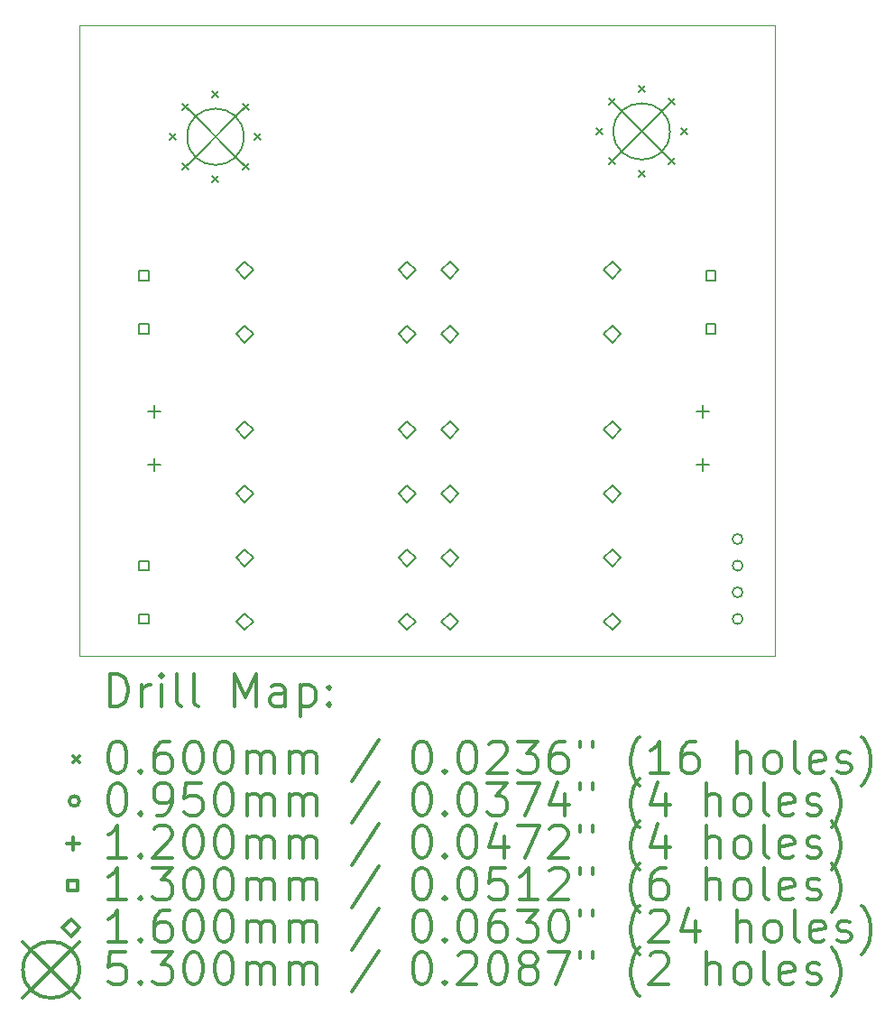
<source format=gbr>
%FSLAX45Y45*%
G04 Gerber Fmt 4.5, Leading zero omitted, Abs format (unit mm)*
G04 Created by KiCad (PCBNEW 5.1.10) date 2021-05-19 15:47:10*
%MOMM*%
%LPD*%
G01*
G04 APERTURE LIST*
%TA.AperFunction,Profile*%
%ADD10C,0.050000*%
%TD*%
%ADD11C,0.200000*%
%ADD12C,0.300000*%
G04 APERTURE END LIST*
D10*
X18550000Y-8775000D02*
X12025000Y-8775000D01*
X18550000Y-2850000D02*
X18550000Y-8775000D01*
X12025000Y-2850000D02*
X18550000Y-2850000D01*
X12025000Y-8775000D02*
X12025000Y-2850000D01*
D11*
X12872500Y-3870000D02*
X12932500Y-3930000D01*
X12932500Y-3870000D02*
X12872500Y-3930000D01*
X12988925Y-3588925D02*
X13048925Y-3648925D01*
X13048925Y-3588925D02*
X12988925Y-3648925D01*
X12988925Y-4151075D02*
X13048925Y-4211075D01*
X13048925Y-4151075D02*
X12988925Y-4211075D01*
X13270000Y-3472500D02*
X13330000Y-3532500D01*
X13330000Y-3472500D02*
X13270000Y-3532500D01*
X13270000Y-4267500D02*
X13330000Y-4327500D01*
X13330000Y-4267500D02*
X13270000Y-4327500D01*
X13551075Y-3588925D02*
X13611075Y-3648925D01*
X13611075Y-3588925D02*
X13551075Y-3648925D01*
X13551075Y-4151075D02*
X13611075Y-4211075D01*
X13611075Y-4151075D02*
X13551075Y-4211075D01*
X13667500Y-3870000D02*
X13727500Y-3930000D01*
X13727500Y-3870000D02*
X13667500Y-3930000D01*
X16872500Y-3820000D02*
X16932500Y-3880000D01*
X16932500Y-3820000D02*
X16872500Y-3880000D01*
X16988925Y-3538925D02*
X17048925Y-3598925D01*
X17048925Y-3538925D02*
X16988925Y-3598925D01*
X16988925Y-4101075D02*
X17048925Y-4161075D01*
X17048925Y-4101075D02*
X16988925Y-4161075D01*
X17270000Y-3422500D02*
X17330000Y-3482500D01*
X17330000Y-3422500D02*
X17270000Y-3482500D01*
X17270000Y-4217500D02*
X17330000Y-4277500D01*
X17330000Y-4217500D02*
X17270000Y-4277500D01*
X17551075Y-3538925D02*
X17611075Y-3598925D01*
X17611075Y-3538925D02*
X17551075Y-3598925D01*
X17551075Y-4101075D02*
X17611075Y-4161075D01*
X17611075Y-4101075D02*
X17551075Y-4161075D01*
X17667500Y-3820000D02*
X17727500Y-3880000D01*
X17727500Y-3820000D02*
X17667500Y-3880000D01*
X18247500Y-7675000D02*
G75*
G03*
X18247500Y-7675000I-47500J0D01*
G01*
X18247500Y-7925000D02*
G75*
G03*
X18247500Y-7925000I-47500J0D01*
G01*
X18247500Y-8175000D02*
G75*
G03*
X18247500Y-8175000I-47500J0D01*
G01*
X18247500Y-8425000D02*
G75*
G03*
X18247500Y-8425000I-47500J0D01*
G01*
X12725000Y-6415000D02*
X12725000Y-6535000D01*
X12665000Y-6475000D02*
X12785000Y-6475000D01*
X12725000Y-6915000D02*
X12725000Y-7035000D01*
X12665000Y-6975000D02*
X12785000Y-6975000D01*
X17875000Y-6415000D02*
X17875000Y-6535000D01*
X17815000Y-6475000D02*
X17935000Y-6475000D01*
X17875000Y-6915000D02*
X17875000Y-7035000D01*
X17815000Y-6975000D02*
X17935000Y-6975000D01*
X12670962Y-5245962D02*
X12670962Y-5154038D01*
X12579038Y-5154038D01*
X12579038Y-5245962D01*
X12670962Y-5245962D01*
X12670962Y-5745962D02*
X12670962Y-5654038D01*
X12579038Y-5654038D01*
X12579038Y-5745962D01*
X12670962Y-5745962D01*
X12670962Y-7970962D02*
X12670962Y-7879038D01*
X12579038Y-7879038D01*
X12579038Y-7970962D01*
X12670962Y-7970962D01*
X12670962Y-8470962D02*
X12670962Y-8379038D01*
X12579038Y-8379038D01*
X12579038Y-8470962D01*
X12670962Y-8470962D01*
X17995962Y-5245962D02*
X17995962Y-5154038D01*
X17904038Y-5154038D01*
X17904038Y-5245962D01*
X17995962Y-5245962D01*
X17995962Y-5745962D02*
X17995962Y-5654038D01*
X17904038Y-5654038D01*
X17904038Y-5745962D01*
X17995962Y-5745962D01*
X13575000Y-5230000D02*
X13655000Y-5150000D01*
X13575000Y-5070000D01*
X13495000Y-5150000D01*
X13575000Y-5230000D01*
X13575000Y-5830000D02*
X13655000Y-5750000D01*
X13575000Y-5670000D01*
X13495000Y-5750000D01*
X13575000Y-5830000D01*
X13575000Y-6730000D02*
X13655000Y-6650000D01*
X13575000Y-6570000D01*
X13495000Y-6650000D01*
X13575000Y-6730000D01*
X13575000Y-7330000D02*
X13655000Y-7250000D01*
X13575000Y-7170000D01*
X13495000Y-7250000D01*
X13575000Y-7330000D01*
X13575000Y-7930000D02*
X13655000Y-7850000D01*
X13575000Y-7770000D01*
X13495000Y-7850000D01*
X13575000Y-7930000D01*
X13575000Y-8530000D02*
X13655000Y-8450000D01*
X13575000Y-8370000D01*
X13495000Y-8450000D01*
X13575000Y-8530000D01*
X15099000Y-5230000D02*
X15179000Y-5150000D01*
X15099000Y-5070000D01*
X15019000Y-5150000D01*
X15099000Y-5230000D01*
X15099000Y-5830000D02*
X15179000Y-5750000D01*
X15099000Y-5670000D01*
X15019000Y-5750000D01*
X15099000Y-5830000D01*
X15099000Y-6730000D02*
X15179000Y-6650000D01*
X15099000Y-6570000D01*
X15019000Y-6650000D01*
X15099000Y-6730000D01*
X15099000Y-7330000D02*
X15179000Y-7250000D01*
X15099000Y-7170000D01*
X15019000Y-7250000D01*
X15099000Y-7330000D01*
X15099000Y-7930000D02*
X15179000Y-7850000D01*
X15099000Y-7770000D01*
X15019000Y-7850000D01*
X15099000Y-7930000D01*
X15099000Y-8530000D02*
X15179000Y-8450000D01*
X15099000Y-8370000D01*
X15019000Y-8450000D01*
X15099000Y-8530000D01*
X15500000Y-5230000D02*
X15580000Y-5150000D01*
X15500000Y-5070000D01*
X15420000Y-5150000D01*
X15500000Y-5230000D01*
X15500000Y-5830000D02*
X15580000Y-5750000D01*
X15500000Y-5670000D01*
X15420000Y-5750000D01*
X15500000Y-5830000D01*
X15500000Y-6730000D02*
X15580000Y-6650000D01*
X15500000Y-6570000D01*
X15420000Y-6650000D01*
X15500000Y-6730000D01*
X15500000Y-7330000D02*
X15580000Y-7250000D01*
X15500000Y-7170000D01*
X15420000Y-7250000D01*
X15500000Y-7330000D01*
X15500000Y-7930000D02*
X15580000Y-7850000D01*
X15500000Y-7770000D01*
X15420000Y-7850000D01*
X15500000Y-7930000D01*
X15500000Y-8530000D02*
X15580000Y-8450000D01*
X15500000Y-8370000D01*
X15420000Y-8450000D01*
X15500000Y-8530000D01*
X17024000Y-5230000D02*
X17104000Y-5150000D01*
X17024000Y-5070000D01*
X16944000Y-5150000D01*
X17024000Y-5230000D01*
X17024000Y-5830000D02*
X17104000Y-5750000D01*
X17024000Y-5670000D01*
X16944000Y-5750000D01*
X17024000Y-5830000D01*
X17024000Y-6730000D02*
X17104000Y-6650000D01*
X17024000Y-6570000D01*
X16944000Y-6650000D01*
X17024000Y-6730000D01*
X17024000Y-7330000D02*
X17104000Y-7250000D01*
X17024000Y-7170000D01*
X16944000Y-7250000D01*
X17024000Y-7330000D01*
X17024000Y-7930000D02*
X17104000Y-7850000D01*
X17024000Y-7770000D01*
X16944000Y-7850000D01*
X17024000Y-7930000D01*
X17024000Y-8530000D02*
X17104000Y-8450000D01*
X17024000Y-8370000D01*
X16944000Y-8450000D01*
X17024000Y-8530000D01*
X13035000Y-3635000D02*
X13565000Y-4165000D01*
X13565000Y-3635000D02*
X13035000Y-4165000D01*
X13565000Y-3900000D02*
G75*
G03*
X13565000Y-3900000I-265000J0D01*
G01*
X17035000Y-3585000D02*
X17565000Y-4115000D01*
X17565000Y-3585000D02*
X17035000Y-4115000D01*
X17565000Y-3850000D02*
G75*
G03*
X17565000Y-3850000I-265000J0D01*
G01*
D12*
X12308928Y-9243214D02*
X12308928Y-8943214D01*
X12380357Y-8943214D01*
X12423214Y-8957500D01*
X12451786Y-8986072D01*
X12466071Y-9014643D01*
X12480357Y-9071786D01*
X12480357Y-9114643D01*
X12466071Y-9171786D01*
X12451786Y-9200357D01*
X12423214Y-9228929D01*
X12380357Y-9243214D01*
X12308928Y-9243214D01*
X12608928Y-9243214D02*
X12608928Y-9043214D01*
X12608928Y-9100357D02*
X12623214Y-9071786D01*
X12637500Y-9057500D01*
X12666071Y-9043214D01*
X12694643Y-9043214D01*
X12794643Y-9243214D02*
X12794643Y-9043214D01*
X12794643Y-8943214D02*
X12780357Y-8957500D01*
X12794643Y-8971786D01*
X12808928Y-8957500D01*
X12794643Y-8943214D01*
X12794643Y-8971786D01*
X12980357Y-9243214D02*
X12951786Y-9228929D01*
X12937500Y-9200357D01*
X12937500Y-8943214D01*
X13137500Y-9243214D02*
X13108928Y-9228929D01*
X13094643Y-9200357D01*
X13094643Y-8943214D01*
X13480357Y-9243214D02*
X13480357Y-8943214D01*
X13580357Y-9157500D01*
X13680357Y-8943214D01*
X13680357Y-9243214D01*
X13951786Y-9243214D02*
X13951786Y-9086072D01*
X13937500Y-9057500D01*
X13908928Y-9043214D01*
X13851786Y-9043214D01*
X13823214Y-9057500D01*
X13951786Y-9228929D02*
X13923214Y-9243214D01*
X13851786Y-9243214D01*
X13823214Y-9228929D01*
X13808928Y-9200357D01*
X13808928Y-9171786D01*
X13823214Y-9143214D01*
X13851786Y-9128929D01*
X13923214Y-9128929D01*
X13951786Y-9114643D01*
X14094643Y-9043214D02*
X14094643Y-9343214D01*
X14094643Y-9057500D02*
X14123214Y-9043214D01*
X14180357Y-9043214D01*
X14208928Y-9057500D01*
X14223214Y-9071786D01*
X14237500Y-9100357D01*
X14237500Y-9186072D01*
X14223214Y-9214643D01*
X14208928Y-9228929D01*
X14180357Y-9243214D01*
X14123214Y-9243214D01*
X14094643Y-9228929D01*
X14366071Y-9214643D02*
X14380357Y-9228929D01*
X14366071Y-9243214D01*
X14351786Y-9228929D01*
X14366071Y-9214643D01*
X14366071Y-9243214D01*
X14366071Y-9057500D02*
X14380357Y-9071786D01*
X14366071Y-9086072D01*
X14351786Y-9071786D01*
X14366071Y-9057500D01*
X14366071Y-9086072D01*
X11962500Y-9707500D02*
X12022500Y-9767500D01*
X12022500Y-9707500D02*
X11962500Y-9767500D01*
X12366071Y-9573214D02*
X12394643Y-9573214D01*
X12423214Y-9587500D01*
X12437500Y-9601786D01*
X12451786Y-9630357D01*
X12466071Y-9687500D01*
X12466071Y-9758929D01*
X12451786Y-9816072D01*
X12437500Y-9844643D01*
X12423214Y-9858929D01*
X12394643Y-9873214D01*
X12366071Y-9873214D01*
X12337500Y-9858929D01*
X12323214Y-9844643D01*
X12308928Y-9816072D01*
X12294643Y-9758929D01*
X12294643Y-9687500D01*
X12308928Y-9630357D01*
X12323214Y-9601786D01*
X12337500Y-9587500D01*
X12366071Y-9573214D01*
X12594643Y-9844643D02*
X12608928Y-9858929D01*
X12594643Y-9873214D01*
X12580357Y-9858929D01*
X12594643Y-9844643D01*
X12594643Y-9873214D01*
X12866071Y-9573214D02*
X12808928Y-9573214D01*
X12780357Y-9587500D01*
X12766071Y-9601786D01*
X12737500Y-9644643D01*
X12723214Y-9701786D01*
X12723214Y-9816072D01*
X12737500Y-9844643D01*
X12751786Y-9858929D01*
X12780357Y-9873214D01*
X12837500Y-9873214D01*
X12866071Y-9858929D01*
X12880357Y-9844643D01*
X12894643Y-9816072D01*
X12894643Y-9744643D01*
X12880357Y-9716072D01*
X12866071Y-9701786D01*
X12837500Y-9687500D01*
X12780357Y-9687500D01*
X12751786Y-9701786D01*
X12737500Y-9716072D01*
X12723214Y-9744643D01*
X13080357Y-9573214D02*
X13108928Y-9573214D01*
X13137500Y-9587500D01*
X13151786Y-9601786D01*
X13166071Y-9630357D01*
X13180357Y-9687500D01*
X13180357Y-9758929D01*
X13166071Y-9816072D01*
X13151786Y-9844643D01*
X13137500Y-9858929D01*
X13108928Y-9873214D01*
X13080357Y-9873214D01*
X13051786Y-9858929D01*
X13037500Y-9844643D01*
X13023214Y-9816072D01*
X13008928Y-9758929D01*
X13008928Y-9687500D01*
X13023214Y-9630357D01*
X13037500Y-9601786D01*
X13051786Y-9587500D01*
X13080357Y-9573214D01*
X13366071Y-9573214D02*
X13394643Y-9573214D01*
X13423214Y-9587500D01*
X13437500Y-9601786D01*
X13451786Y-9630357D01*
X13466071Y-9687500D01*
X13466071Y-9758929D01*
X13451786Y-9816072D01*
X13437500Y-9844643D01*
X13423214Y-9858929D01*
X13394643Y-9873214D01*
X13366071Y-9873214D01*
X13337500Y-9858929D01*
X13323214Y-9844643D01*
X13308928Y-9816072D01*
X13294643Y-9758929D01*
X13294643Y-9687500D01*
X13308928Y-9630357D01*
X13323214Y-9601786D01*
X13337500Y-9587500D01*
X13366071Y-9573214D01*
X13594643Y-9873214D02*
X13594643Y-9673214D01*
X13594643Y-9701786D02*
X13608928Y-9687500D01*
X13637500Y-9673214D01*
X13680357Y-9673214D01*
X13708928Y-9687500D01*
X13723214Y-9716072D01*
X13723214Y-9873214D01*
X13723214Y-9716072D02*
X13737500Y-9687500D01*
X13766071Y-9673214D01*
X13808928Y-9673214D01*
X13837500Y-9687500D01*
X13851786Y-9716072D01*
X13851786Y-9873214D01*
X13994643Y-9873214D02*
X13994643Y-9673214D01*
X13994643Y-9701786D02*
X14008928Y-9687500D01*
X14037500Y-9673214D01*
X14080357Y-9673214D01*
X14108928Y-9687500D01*
X14123214Y-9716072D01*
X14123214Y-9873214D01*
X14123214Y-9716072D02*
X14137500Y-9687500D01*
X14166071Y-9673214D01*
X14208928Y-9673214D01*
X14237500Y-9687500D01*
X14251786Y-9716072D01*
X14251786Y-9873214D01*
X14837500Y-9558929D02*
X14580357Y-9944643D01*
X15223214Y-9573214D02*
X15251786Y-9573214D01*
X15280357Y-9587500D01*
X15294643Y-9601786D01*
X15308928Y-9630357D01*
X15323214Y-9687500D01*
X15323214Y-9758929D01*
X15308928Y-9816072D01*
X15294643Y-9844643D01*
X15280357Y-9858929D01*
X15251786Y-9873214D01*
X15223214Y-9873214D01*
X15194643Y-9858929D01*
X15180357Y-9844643D01*
X15166071Y-9816072D01*
X15151786Y-9758929D01*
X15151786Y-9687500D01*
X15166071Y-9630357D01*
X15180357Y-9601786D01*
X15194643Y-9587500D01*
X15223214Y-9573214D01*
X15451786Y-9844643D02*
X15466071Y-9858929D01*
X15451786Y-9873214D01*
X15437500Y-9858929D01*
X15451786Y-9844643D01*
X15451786Y-9873214D01*
X15651786Y-9573214D02*
X15680357Y-9573214D01*
X15708928Y-9587500D01*
X15723214Y-9601786D01*
X15737500Y-9630357D01*
X15751786Y-9687500D01*
X15751786Y-9758929D01*
X15737500Y-9816072D01*
X15723214Y-9844643D01*
X15708928Y-9858929D01*
X15680357Y-9873214D01*
X15651786Y-9873214D01*
X15623214Y-9858929D01*
X15608928Y-9844643D01*
X15594643Y-9816072D01*
X15580357Y-9758929D01*
X15580357Y-9687500D01*
X15594643Y-9630357D01*
X15608928Y-9601786D01*
X15623214Y-9587500D01*
X15651786Y-9573214D01*
X15866071Y-9601786D02*
X15880357Y-9587500D01*
X15908928Y-9573214D01*
X15980357Y-9573214D01*
X16008928Y-9587500D01*
X16023214Y-9601786D01*
X16037500Y-9630357D01*
X16037500Y-9658929D01*
X16023214Y-9701786D01*
X15851786Y-9873214D01*
X16037500Y-9873214D01*
X16137500Y-9573214D02*
X16323214Y-9573214D01*
X16223214Y-9687500D01*
X16266071Y-9687500D01*
X16294643Y-9701786D01*
X16308928Y-9716072D01*
X16323214Y-9744643D01*
X16323214Y-9816072D01*
X16308928Y-9844643D01*
X16294643Y-9858929D01*
X16266071Y-9873214D01*
X16180357Y-9873214D01*
X16151786Y-9858929D01*
X16137500Y-9844643D01*
X16580357Y-9573214D02*
X16523214Y-9573214D01*
X16494643Y-9587500D01*
X16480357Y-9601786D01*
X16451786Y-9644643D01*
X16437500Y-9701786D01*
X16437500Y-9816072D01*
X16451786Y-9844643D01*
X16466071Y-9858929D01*
X16494643Y-9873214D01*
X16551786Y-9873214D01*
X16580357Y-9858929D01*
X16594643Y-9844643D01*
X16608928Y-9816072D01*
X16608928Y-9744643D01*
X16594643Y-9716072D01*
X16580357Y-9701786D01*
X16551786Y-9687500D01*
X16494643Y-9687500D01*
X16466071Y-9701786D01*
X16451786Y-9716072D01*
X16437500Y-9744643D01*
X16723214Y-9573214D02*
X16723214Y-9630357D01*
X16837500Y-9573214D02*
X16837500Y-9630357D01*
X17280357Y-9987500D02*
X17266071Y-9973214D01*
X17237500Y-9930357D01*
X17223214Y-9901786D01*
X17208928Y-9858929D01*
X17194643Y-9787500D01*
X17194643Y-9730357D01*
X17208928Y-9658929D01*
X17223214Y-9616072D01*
X17237500Y-9587500D01*
X17266071Y-9544643D01*
X17280357Y-9530357D01*
X17551786Y-9873214D02*
X17380357Y-9873214D01*
X17466071Y-9873214D02*
X17466071Y-9573214D01*
X17437500Y-9616072D01*
X17408928Y-9644643D01*
X17380357Y-9658929D01*
X17808928Y-9573214D02*
X17751786Y-9573214D01*
X17723214Y-9587500D01*
X17708928Y-9601786D01*
X17680357Y-9644643D01*
X17666071Y-9701786D01*
X17666071Y-9816072D01*
X17680357Y-9844643D01*
X17694643Y-9858929D01*
X17723214Y-9873214D01*
X17780357Y-9873214D01*
X17808928Y-9858929D01*
X17823214Y-9844643D01*
X17837500Y-9816072D01*
X17837500Y-9744643D01*
X17823214Y-9716072D01*
X17808928Y-9701786D01*
X17780357Y-9687500D01*
X17723214Y-9687500D01*
X17694643Y-9701786D01*
X17680357Y-9716072D01*
X17666071Y-9744643D01*
X18194643Y-9873214D02*
X18194643Y-9573214D01*
X18323214Y-9873214D02*
X18323214Y-9716072D01*
X18308928Y-9687500D01*
X18280357Y-9673214D01*
X18237500Y-9673214D01*
X18208928Y-9687500D01*
X18194643Y-9701786D01*
X18508928Y-9873214D02*
X18480357Y-9858929D01*
X18466071Y-9844643D01*
X18451786Y-9816072D01*
X18451786Y-9730357D01*
X18466071Y-9701786D01*
X18480357Y-9687500D01*
X18508928Y-9673214D01*
X18551786Y-9673214D01*
X18580357Y-9687500D01*
X18594643Y-9701786D01*
X18608928Y-9730357D01*
X18608928Y-9816072D01*
X18594643Y-9844643D01*
X18580357Y-9858929D01*
X18551786Y-9873214D01*
X18508928Y-9873214D01*
X18780357Y-9873214D02*
X18751786Y-9858929D01*
X18737500Y-9830357D01*
X18737500Y-9573214D01*
X19008928Y-9858929D02*
X18980357Y-9873214D01*
X18923214Y-9873214D01*
X18894643Y-9858929D01*
X18880357Y-9830357D01*
X18880357Y-9716072D01*
X18894643Y-9687500D01*
X18923214Y-9673214D01*
X18980357Y-9673214D01*
X19008928Y-9687500D01*
X19023214Y-9716072D01*
X19023214Y-9744643D01*
X18880357Y-9773214D01*
X19137500Y-9858929D02*
X19166071Y-9873214D01*
X19223214Y-9873214D01*
X19251786Y-9858929D01*
X19266071Y-9830357D01*
X19266071Y-9816072D01*
X19251786Y-9787500D01*
X19223214Y-9773214D01*
X19180357Y-9773214D01*
X19151786Y-9758929D01*
X19137500Y-9730357D01*
X19137500Y-9716072D01*
X19151786Y-9687500D01*
X19180357Y-9673214D01*
X19223214Y-9673214D01*
X19251786Y-9687500D01*
X19366071Y-9987500D02*
X19380357Y-9973214D01*
X19408928Y-9930357D01*
X19423214Y-9901786D01*
X19437500Y-9858929D01*
X19451786Y-9787500D01*
X19451786Y-9730357D01*
X19437500Y-9658929D01*
X19423214Y-9616072D01*
X19408928Y-9587500D01*
X19380357Y-9544643D01*
X19366071Y-9530357D01*
X12022500Y-10133500D02*
G75*
G03*
X12022500Y-10133500I-47500J0D01*
G01*
X12366071Y-9969214D02*
X12394643Y-9969214D01*
X12423214Y-9983500D01*
X12437500Y-9997786D01*
X12451786Y-10026357D01*
X12466071Y-10083500D01*
X12466071Y-10154929D01*
X12451786Y-10212072D01*
X12437500Y-10240643D01*
X12423214Y-10254929D01*
X12394643Y-10269214D01*
X12366071Y-10269214D01*
X12337500Y-10254929D01*
X12323214Y-10240643D01*
X12308928Y-10212072D01*
X12294643Y-10154929D01*
X12294643Y-10083500D01*
X12308928Y-10026357D01*
X12323214Y-9997786D01*
X12337500Y-9983500D01*
X12366071Y-9969214D01*
X12594643Y-10240643D02*
X12608928Y-10254929D01*
X12594643Y-10269214D01*
X12580357Y-10254929D01*
X12594643Y-10240643D01*
X12594643Y-10269214D01*
X12751786Y-10269214D02*
X12808928Y-10269214D01*
X12837500Y-10254929D01*
X12851786Y-10240643D01*
X12880357Y-10197786D01*
X12894643Y-10140643D01*
X12894643Y-10026357D01*
X12880357Y-9997786D01*
X12866071Y-9983500D01*
X12837500Y-9969214D01*
X12780357Y-9969214D01*
X12751786Y-9983500D01*
X12737500Y-9997786D01*
X12723214Y-10026357D01*
X12723214Y-10097786D01*
X12737500Y-10126357D01*
X12751786Y-10140643D01*
X12780357Y-10154929D01*
X12837500Y-10154929D01*
X12866071Y-10140643D01*
X12880357Y-10126357D01*
X12894643Y-10097786D01*
X13166071Y-9969214D02*
X13023214Y-9969214D01*
X13008928Y-10112072D01*
X13023214Y-10097786D01*
X13051786Y-10083500D01*
X13123214Y-10083500D01*
X13151786Y-10097786D01*
X13166071Y-10112072D01*
X13180357Y-10140643D01*
X13180357Y-10212072D01*
X13166071Y-10240643D01*
X13151786Y-10254929D01*
X13123214Y-10269214D01*
X13051786Y-10269214D01*
X13023214Y-10254929D01*
X13008928Y-10240643D01*
X13366071Y-9969214D02*
X13394643Y-9969214D01*
X13423214Y-9983500D01*
X13437500Y-9997786D01*
X13451786Y-10026357D01*
X13466071Y-10083500D01*
X13466071Y-10154929D01*
X13451786Y-10212072D01*
X13437500Y-10240643D01*
X13423214Y-10254929D01*
X13394643Y-10269214D01*
X13366071Y-10269214D01*
X13337500Y-10254929D01*
X13323214Y-10240643D01*
X13308928Y-10212072D01*
X13294643Y-10154929D01*
X13294643Y-10083500D01*
X13308928Y-10026357D01*
X13323214Y-9997786D01*
X13337500Y-9983500D01*
X13366071Y-9969214D01*
X13594643Y-10269214D02*
X13594643Y-10069214D01*
X13594643Y-10097786D02*
X13608928Y-10083500D01*
X13637500Y-10069214D01*
X13680357Y-10069214D01*
X13708928Y-10083500D01*
X13723214Y-10112072D01*
X13723214Y-10269214D01*
X13723214Y-10112072D02*
X13737500Y-10083500D01*
X13766071Y-10069214D01*
X13808928Y-10069214D01*
X13837500Y-10083500D01*
X13851786Y-10112072D01*
X13851786Y-10269214D01*
X13994643Y-10269214D02*
X13994643Y-10069214D01*
X13994643Y-10097786D02*
X14008928Y-10083500D01*
X14037500Y-10069214D01*
X14080357Y-10069214D01*
X14108928Y-10083500D01*
X14123214Y-10112072D01*
X14123214Y-10269214D01*
X14123214Y-10112072D02*
X14137500Y-10083500D01*
X14166071Y-10069214D01*
X14208928Y-10069214D01*
X14237500Y-10083500D01*
X14251786Y-10112072D01*
X14251786Y-10269214D01*
X14837500Y-9954929D02*
X14580357Y-10340643D01*
X15223214Y-9969214D02*
X15251786Y-9969214D01*
X15280357Y-9983500D01*
X15294643Y-9997786D01*
X15308928Y-10026357D01*
X15323214Y-10083500D01*
X15323214Y-10154929D01*
X15308928Y-10212072D01*
X15294643Y-10240643D01*
X15280357Y-10254929D01*
X15251786Y-10269214D01*
X15223214Y-10269214D01*
X15194643Y-10254929D01*
X15180357Y-10240643D01*
X15166071Y-10212072D01*
X15151786Y-10154929D01*
X15151786Y-10083500D01*
X15166071Y-10026357D01*
X15180357Y-9997786D01*
X15194643Y-9983500D01*
X15223214Y-9969214D01*
X15451786Y-10240643D02*
X15466071Y-10254929D01*
X15451786Y-10269214D01*
X15437500Y-10254929D01*
X15451786Y-10240643D01*
X15451786Y-10269214D01*
X15651786Y-9969214D02*
X15680357Y-9969214D01*
X15708928Y-9983500D01*
X15723214Y-9997786D01*
X15737500Y-10026357D01*
X15751786Y-10083500D01*
X15751786Y-10154929D01*
X15737500Y-10212072D01*
X15723214Y-10240643D01*
X15708928Y-10254929D01*
X15680357Y-10269214D01*
X15651786Y-10269214D01*
X15623214Y-10254929D01*
X15608928Y-10240643D01*
X15594643Y-10212072D01*
X15580357Y-10154929D01*
X15580357Y-10083500D01*
X15594643Y-10026357D01*
X15608928Y-9997786D01*
X15623214Y-9983500D01*
X15651786Y-9969214D01*
X15851786Y-9969214D02*
X16037500Y-9969214D01*
X15937500Y-10083500D01*
X15980357Y-10083500D01*
X16008928Y-10097786D01*
X16023214Y-10112072D01*
X16037500Y-10140643D01*
X16037500Y-10212072D01*
X16023214Y-10240643D01*
X16008928Y-10254929D01*
X15980357Y-10269214D01*
X15894643Y-10269214D01*
X15866071Y-10254929D01*
X15851786Y-10240643D01*
X16137500Y-9969214D02*
X16337500Y-9969214D01*
X16208928Y-10269214D01*
X16580357Y-10069214D02*
X16580357Y-10269214D01*
X16508928Y-9954929D02*
X16437500Y-10169214D01*
X16623214Y-10169214D01*
X16723214Y-9969214D02*
X16723214Y-10026357D01*
X16837500Y-9969214D02*
X16837500Y-10026357D01*
X17280357Y-10383500D02*
X17266071Y-10369214D01*
X17237500Y-10326357D01*
X17223214Y-10297786D01*
X17208928Y-10254929D01*
X17194643Y-10183500D01*
X17194643Y-10126357D01*
X17208928Y-10054929D01*
X17223214Y-10012072D01*
X17237500Y-9983500D01*
X17266071Y-9940643D01*
X17280357Y-9926357D01*
X17523214Y-10069214D02*
X17523214Y-10269214D01*
X17451786Y-9954929D02*
X17380357Y-10169214D01*
X17566071Y-10169214D01*
X17908928Y-10269214D02*
X17908928Y-9969214D01*
X18037500Y-10269214D02*
X18037500Y-10112072D01*
X18023214Y-10083500D01*
X17994643Y-10069214D01*
X17951786Y-10069214D01*
X17923214Y-10083500D01*
X17908928Y-10097786D01*
X18223214Y-10269214D02*
X18194643Y-10254929D01*
X18180357Y-10240643D01*
X18166071Y-10212072D01*
X18166071Y-10126357D01*
X18180357Y-10097786D01*
X18194643Y-10083500D01*
X18223214Y-10069214D01*
X18266071Y-10069214D01*
X18294643Y-10083500D01*
X18308928Y-10097786D01*
X18323214Y-10126357D01*
X18323214Y-10212072D01*
X18308928Y-10240643D01*
X18294643Y-10254929D01*
X18266071Y-10269214D01*
X18223214Y-10269214D01*
X18494643Y-10269214D02*
X18466071Y-10254929D01*
X18451786Y-10226357D01*
X18451786Y-9969214D01*
X18723214Y-10254929D02*
X18694643Y-10269214D01*
X18637500Y-10269214D01*
X18608928Y-10254929D01*
X18594643Y-10226357D01*
X18594643Y-10112072D01*
X18608928Y-10083500D01*
X18637500Y-10069214D01*
X18694643Y-10069214D01*
X18723214Y-10083500D01*
X18737500Y-10112072D01*
X18737500Y-10140643D01*
X18594643Y-10169214D01*
X18851786Y-10254929D02*
X18880357Y-10269214D01*
X18937500Y-10269214D01*
X18966071Y-10254929D01*
X18980357Y-10226357D01*
X18980357Y-10212072D01*
X18966071Y-10183500D01*
X18937500Y-10169214D01*
X18894643Y-10169214D01*
X18866071Y-10154929D01*
X18851786Y-10126357D01*
X18851786Y-10112072D01*
X18866071Y-10083500D01*
X18894643Y-10069214D01*
X18937500Y-10069214D01*
X18966071Y-10083500D01*
X19080357Y-10383500D02*
X19094643Y-10369214D01*
X19123214Y-10326357D01*
X19137500Y-10297786D01*
X19151786Y-10254929D01*
X19166071Y-10183500D01*
X19166071Y-10126357D01*
X19151786Y-10054929D01*
X19137500Y-10012072D01*
X19123214Y-9983500D01*
X19094643Y-9940643D01*
X19080357Y-9926357D01*
X11962500Y-10469500D02*
X11962500Y-10589500D01*
X11902500Y-10529500D02*
X12022500Y-10529500D01*
X12466071Y-10665214D02*
X12294643Y-10665214D01*
X12380357Y-10665214D02*
X12380357Y-10365214D01*
X12351786Y-10408072D01*
X12323214Y-10436643D01*
X12294643Y-10450929D01*
X12594643Y-10636643D02*
X12608928Y-10650929D01*
X12594643Y-10665214D01*
X12580357Y-10650929D01*
X12594643Y-10636643D01*
X12594643Y-10665214D01*
X12723214Y-10393786D02*
X12737500Y-10379500D01*
X12766071Y-10365214D01*
X12837500Y-10365214D01*
X12866071Y-10379500D01*
X12880357Y-10393786D01*
X12894643Y-10422357D01*
X12894643Y-10450929D01*
X12880357Y-10493786D01*
X12708928Y-10665214D01*
X12894643Y-10665214D01*
X13080357Y-10365214D02*
X13108928Y-10365214D01*
X13137500Y-10379500D01*
X13151786Y-10393786D01*
X13166071Y-10422357D01*
X13180357Y-10479500D01*
X13180357Y-10550929D01*
X13166071Y-10608072D01*
X13151786Y-10636643D01*
X13137500Y-10650929D01*
X13108928Y-10665214D01*
X13080357Y-10665214D01*
X13051786Y-10650929D01*
X13037500Y-10636643D01*
X13023214Y-10608072D01*
X13008928Y-10550929D01*
X13008928Y-10479500D01*
X13023214Y-10422357D01*
X13037500Y-10393786D01*
X13051786Y-10379500D01*
X13080357Y-10365214D01*
X13366071Y-10365214D02*
X13394643Y-10365214D01*
X13423214Y-10379500D01*
X13437500Y-10393786D01*
X13451786Y-10422357D01*
X13466071Y-10479500D01*
X13466071Y-10550929D01*
X13451786Y-10608072D01*
X13437500Y-10636643D01*
X13423214Y-10650929D01*
X13394643Y-10665214D01*
X13366071Y-10665214D01*
X13337500Y-10650929D01*
X13323214Y-10636643D01*
X13308928Y-10608072D01*
X13294643Y-10550929D01*
X13294643Y-10479500D01*
X13308928Y-10422357D01*
X13323214Y-10393786D01*
X13337500Y-10379500D01*
X13366071Y-10365214D01*
X13594643Y-10665214D02*
X13594643Y-10465214D01*
X13594643Y-10493786D02*
X13608928Y-10479500D01*
X13637500Y-10465214D01*
X13680357Y-10465214D01*
X13708928Y-10479500D01*
X13723214Y-10508072D01*
X13723214Y-10665214D01*
X13723214Y-10508072D02*
X13737500Y-10479500D01*
X13766071Y-10465214D01*
X13808928Y-10465214D01*
X13837500Y-10479500D01*
X13851786Y-10508072D01*
X13851786Y-10665214D01*
X13994643Y-10665214D02*
X13994643Y-10465214D01*
X13994643Y-10493786D02*
X14008928Y-10479500D01*
X14037500Y-10465214D01*
X14080357Y-10465214D01*
X14108928Y-10479500D01*
X14123214Y-10508072D01*
X14123214Y-10665214D01*
X14123214Y-10508072D02*
X14137500Y-10479500D01*
X14166071Y-10465214D01*
X14208928Y-10465214D01*
X14237500Y-10479500D01*
X14251786Y-10508072D01*
X14251786Y-10665214D01*
X14837500Y-10350929D02*
X14580357Y-10736643D01*
X15223214Y-10365214D02*
X15251786Y-10365214D01*
X15280357Y-10379500D01*
X15294643Y-10393786D01*
X15308928Y-10422357D01*
X15323214Y-10479500D01*
X15323214Y-10550929D01*
X15308928Y-10608072D01*
X15294643Y-10636643D01*
X15280357Y-10650929D01*
X15251786Y-10665214D01*
X15223214Y-10665214D01*
X15194643Y-10650929D01*
X15180357Y-10636643D01*
X15166071Y-10608072D01*
X15151786Y-10550929D01*
X15151786Y-10479500D01*
X15166071Y-10422357D01*
X15180357Y-10393786D01*
X15194643Y-10379500D01*
X15223214Y-10365214D01*
X15451786Y-10636643D02*
X15466071Y-10650929D01*
X15451786Y-10665214D01*
X15437500Y-10650929D01*
X15451786Y-10636643D01*
X15451786Y-10665214D01*
X15651786Y-10365214D02*
X15680357Y-10365214D01*
X15708928Y-10379500D01*
X15723214Y-10393786D01*
X15737500Y-10422357D01*
X15751786Y-10479500D01*
X15751786Y-10550929D01*
X15737500Y-10608072D01*
X15723214Y-10636643D01*
X15708928Y-10650929D01*
X15680357Y-10665214D01*
X15651786Y-10665214D01*
X15623214Y-10650929D01*
X15608928Y-10636643D01*
X15594643Y-10608072D01*
X15580357Y-10550929D01*
X15580357Y-10479500D01*
X15594643Y-10422357D01*
X15608928Y-10393786D01*
X15623214Y-10379500D01*
X15651786Y-10365214D01*
X16008928Y-10465214D02*
X16008928Y-10665214D01*
X15937500Y-10350929D02*
X15866071Y-10565214D01*
X16051786Y-10565214D01*
X16137500Y-10365214D02*
X16337500Y-10365214D01*
X16208928Y-10665214D01*
X16437500Y-10393786D02*
X16451786Y-10379500D01*
X16480357Y-10365214D01*
X16551786Y-10365214D01*
X16580357Y-10379500D01*
X16594643Y-10393786D01*
X16608928Y-10422357D01*
X16608928Y-10450929D01*
X16594643Y-10493786D01*
X16423214Y-10665214D01*
X16608928Y-10665214D01*
X16723214Y-10365214D02*
X16723214Y-10422357D01*
X16837500Y-10365214D02*
X16837500Y-10422357D01*
X17280357Y-10779500D02*
X17266071Y-10765214D01*
X17237500Y-10722357D01*
X17223214Y-10693786D01*
X17208928Y-10650929D01*
X17194643Y-10579500D01*
X17194643Y-10522357D01*
X17208928Y-10450929D01*
X17223214Y-10408072D01*
X17237500Y-10379500D01*
X17266071Y-10336643D01*
X17280357Y-10322357D01*
X17523214Y-10465214D02*
X17523214Y-10665214D01*
X17451786Y-10350929D02*
X17380357Y-10565214D01*
X17566071Y-10565214D01*
X17908928Y-10665214D02*
X17908928Y-10365214D01*
X18037500Y-10665214D02*
X18037500Y-10508072D01*
X18023214Y-10479500D01*
X17994643Y-10465214D01*
X17951786Y-10465214D01*
X17923214Y-10479500D01*
X17908928Y-10493786D01*
X18223214Y-10665214D02*
X18194643Y-10650929D01*
X18180357Y-10636643D01*
X18166071Y-10608072D01*
X18166071Y-10522357D01*
X18180357Y-10493786D01*
X18194643Y-10479500D01*
X18223214Y-10465214D01*
X18266071Y-10465214D01*
X18294643Y-10479500D01*
X18308928Y-10493786D01*
X18323214Y-10522357D01*
X18323214Y-10608072D01*
X18308928Y-10636643D01*
X18294643Y-10650929D01*
X18266071Y-10665214D01*
X18223214Y-10665214D01*
X18494643Y-10665214D02*
X18466071Y-10650929D01*
X18451786Y-10622357D01*
X18451786Y-10365214D01*
X18723214Y-10650929D02*
X18694643Y-10665214D01*
X18637500Y-10665214D01*
X18608928Y-10650929D01*
X18594643Y-10622357D01*
X18594643Y-10508072D01*
X18608928Y-10479500D01*
X18637500Y-10465214D01*
X18694643Y-10465214D01*
X18723214Y-10479500D01*
X18737500Y-10508072D01*
X18737500Y-10536643D01*
X18594643Y-10565214D01*
X18851786Y-10650929D02*
X18880357Y-10665214D01*
X18937500Y-10665214D01*
X18966071Y-10650929D01*
X18980357Y-10622357D01*
X18980357Y-10608072D01*
X18966071Y-10579500D01*
X18937500Y-10565214D01*
X18894643Y-10565214D01*
X18866071Y-10550929D01*
X18851786Y-10522357D01*
X18851786Y-10508072D01*
X18866071Y-10479500D01*
X18894643Y-10465214D01*
X18937500Y-10465214D01*
X18966071Y-10479500D01*
X19080357Y-10779500D02*
X19094643Y-10765214D01*
X19123214Y-10722357D01*
X19137500Y-10693786D01*
X19151786Y-10650929D01*
X19166071Y-10579500D01*
X19166071Y-10522357D01*
X19151786Y-10450929D01*
X19137500Y-10408072D01*
X19123214Y-10379500D01*
X19094643Y-10336643D01*
X19080357Y-10322357D01*
X12003462Y-10971463D02*
X12003462Y-10879538D01*
X11911537Y-10879538D01*
X11911537Y-10971463D01*
X12003462Y-10971463D01*
X12466071Y-11061214D02*
X12294643Y-11061214D01*
X12380357Y-11061214D02*
X12380357Y-10761214D01*
X12351786Y-10804072D01*
X12323214Y-10832643D01*
X12294643Y-10846929D01*
X12594643Y-11032643D02*
X12608928Y-11046929D01*
X12594643Y-11061214D01*
X12580357Y-11046929D01*
X12594643Y-11032643D01*
X12594643Y-11061214D01*
X12708928Y-10761214D02*
X12894643Y-10761214D01*
X12794643Y-10875500D01*
X12837500Y-10875500D01*
X12866071Y-10889786D01*
X12880357Y-10904072D01*
X12894643Y-10932643D01*
X12894643Y-11004072D01*
X12880357Y-11032643D01*
X12866071Y-11046929D01*
X12837500Y-11061214D01*
X12751786Y-11061214D01*
X12723214Y-11046929D01*
X12708928Y-11032643D01*
X13080357Y-10761214D02*
X13108928Y-10761214D01*
X13137500Y-10775500D01*
X13151786Y-10789786D01*
X13166071Y-10818357D01*
X13180357Y-10875500D01*
X13180357Y-10946929D01*
X13166071Y-11004072D01*
X13151786Y-11032643D01*
X13137500Y-11046929D01*
X13108928Y-11061214D01*
X13080357Y-11061214D01*
X13051786Y-11046929D01*
X13037500Y-11032643D01*
X13023214Y-11004072D01*
X13008928Y-10946929D01*
X13008928Y-10875500D01*
X13023214Y-10818357D01*
X13037500Y-10789786D01*
X13051786Y-10775500D01*
X13080357Y-10761214D01*
X13366071Y-10761214D02*
X13394643Y-10761214D01*
X13423214Y-10775500D01*
X13437500Y-10789786D01*
X13451786Y-10818357D01*
X13466071Y-10875500D01*
X13466071Y-10946929D01*
X13451786Y-11004072D01*
X13437500Y-11032643D01*
X13423214Y-11046929D01*
X13394643Y-11061214D01*
X13366071Y-11061214D01*
X13337500Y-11046929D01*
X13323214Y-11032643D01*
X13308928Y-11004072D01*
X13294643Y-10946929D01*
X13294643Y-10875500D01*
X13308928Y-10818357D01*
X13323214Y-10789786D01*
X13337500Y-10775500D01*
X13366071Y-10761214D01*
X13594643Y-11061214D02*
X13594643Y-10861214D01*
X13594643Y-10889786D02*
X13608928Y-10875500D01*
X13637500Y-10861214D01*
X13680357Y-10861214D01*
X13708928Y-10875500D01*
X13723214Y-10904072D01*
X13723214Y-11061214D01*
X13723214Y-10904072D02*
X13737500Y-10875500D01*
X13766071Y-10861214D01*
X13808928Y-10861214D01*
X13837500Y-10875500D01*
X13851786Y-10904072D01*
X13851786Y-11061214D01*
X13994643Y-11061214D02*
X13994643Y-10861214D01*
X13994643Y-10889786D02*
X14008928Y-10875500D01*
X14037500Y-10861214D01*
X14080357Y-10861214D01*
X14108928Y-10875500D01*
X14123214Y-10904072D01*
X14123214Y-11061214D01*
X14123214Y-10904072D02*
X14137500Y-10875500D01*
X14166071Y-10861214D01*
X14208928Y-10861214D01*
X14237500Y-10875500D01*
X14251786Y-10904072D01*
X14251786Y-11061214D01*
X14837500Y-10746929D02*
X14580357Y-11132643D01*
X15223214Y-10761214D02*
X15251786Y-10761214D01*
X15280357Y-10775500D01*
X15294643Y-10789786D01*
X15308928Y-10818357D01*
X15323214Y-10875500D01*
X15323214Y-10946929D01*
X15308928Y-11004072D01*
X15294643Y-11032643D01*
X15280357Y-11046929D01*
X15251786Y-11061214D01*
X15223214Y-11061214D01*
X15194643Y-11046929D01*
X15180357Y-11032643D01*
X15166071Y-11004072D01*
X15151786Y-10946929D01*
X15151786Y-10875500D01*
X15166071Y-10818357D01*
X15180357Y-10789786D01*
X15194643Y-10775500D01*
X15223214Y-10761214D01*
X15451786Y-11032643D02*
X15466071Y-11046929D01*
X15451786Y-11061214D01*
X15437500Y-11046929D01*
X15451786Y-11032643D01*
X15451786Y-11061214D01*
X15651786Y-10761214D02*
X15680357Y-10761214D01*
X15708928Y-10775500D01*
X15723214Y-10789786D01*
X15737500Y-10818357D01*
X15751786Y-10875500D01*
X15751786Y-10946929D01*
X15737500Y-11004072D01*
X15723214Y-11032643D01*
X15708928Y-11046929D01*
X15680357Y-11061214D01*
X15651786Y-11061214D01*
X15623214Y-11046929D01*
X15608928Y-11032643D01*
X15594643Y-11004072D01*
X15580357Y-10946929D01*
X15580357Y-10875500D01*
X15594643Y-10818357D01*
X15608928Y-10789786D01*
X15623214Y-10775500D01*
X15651786Y-10761214D01*
X16023214Y-10761214D02*
X15880357Y-10761214D01*
X15866071Y-10904072D01*
X15880357Y-10889786D01*
X15908928Y-10875500D01*
X15980357Y-10875500D01*
X16008928Y-10889786D01*
X16023214Y-10904072D01*
X16037500Y-10932643D01*
X16037500Y-11004072D01*
X16023214Y-11032643D01*
X16008928Y-11046929D01*
X15980357Y-11061214D01*
X15908928Y-11061214D01*
X15880357Y-11046929D01*
X15866071Y-11032643D01*
X16323214Y-11061214D02*
X16151786Y-11061214D01*
X16237500Y-11061214D02*
X16237500Y-10761214D01*
X16208928Y-10804072D01*
X16180357Y-10832643D01*
X16151786Y-10846929D01*
X16437500Y-10789786D02*
X16451786Y-10775500D01*
X16480357Y-10761214D01*
X16551786Y-10761214D01*
X16580357Y-10775500D01*
X16594643Y-10789786D01*
X16608928Y-10818357D01*
X16608928Y-10846929D01*
X16594643Y-10889786D01*
X16423214Y-11061214D01*
X16608928Y-11061214D01*
X16723214Y-10761214D02*
X16723214Y-10818357D01*
X16837500Y-10761214D02*
X16837500Y-10818357D01*
X17280357Y-11175500D02*
X17266071Y-11161214D01*
X17237500Y-11118357D01*
X17223214Y-11089786D01*
X17208928Y-11046929D01*
X17194643Y-10975500D01*
X17194643Y-10918357D01*
X17208928Y-10846929D01*
X17223214Y-10804072D01*
X17237500Y-10775500D01*
X17266071Y-10732643D01*
X17280357Y-10718357D01*
X17523214Y-10761214D02*
X17466071Y-10761214D01*
X17437500Y-10775500D01*
X17423214Y-10789786D01*
X17394643Y-10832643D01*
X17380357Y-10889786D01*
X17380357Y-11004072D01*
X17394643Y-11032643D01*
X17408928Y-11046929D01*
X17437500Y-11061214D01*
X17494643Y-11061214D01*
X17523214Y-11046929D01*
X17537500Y-11032643D01*
X17551786Y-11004072D01*
X17551786Y-10932643D01*
X17537500Y-10904072D01*
X17523214Y-10889786D01*
X17494643Y-10875500D01*
X17437500Y-10875500D01*
X17408928Y-10889786D01*
X17394643Y-10904072D01*
X17380357Y-10932643D01*
X17908928Y-11061214D02*
X17908928Y-10761214D01*
X18037500Y-11061214D02*
X18037500Y-10904072D01*
X18023214Y-10875500D01*
X17994643Y-10861214D01*
X17951786Y-10861214D01*
X17923214Y-10875500D01*
X17908928Y-10889786D01*
X18223214Y-11061214D02*
X18194643Y-11046929D01*
X18180357Y-11032643D01*
X18166071Y-11004072D01*
X18166071Y-10918357D01*
X18180357Y-10889786D01*
X18194643Y-10875500D01*
X18223214Y-10861214D01*
X18266071Y-10861214D01*
X18294643Y-10875500D01*
X18308928Y-10889786D01*
X18323214Y-10918357D01*
X18323214Y-11004072D01*
X18308928Y-11032643D01*
X18294643Y-11046929D01*
X18266071Y-11061214D01*
X18223214Y-11061214D01*
X18494643Y-11061214D02*
X18466071Y-11046929D01*
X18451786Y-11018357D01*
X18451786Y-10761214D01*
X18723214Y-11046929D02*
X18694643Y-11061214D01*
X18637500Y-11061214D01*
X18608928Y-11046929D01*
X18594643Y-11018357D01*
X18594643Y-10904072D01*
X18608928Y-10875500D01*
X18637500Y-10861214D01*
X18694643Y-10861214D01*
X18723214Y-10875500D01*
X18737500Y-10904072D01*
X18737500Y-10932643D01*
X18594643Y-10961214D01*
X18851786Y-11046929D02*
X18880357Y-11061214D01*
X18937500Y-11061214D01*
X18966071Y-11046929D01*
X18980357Y-11018357D01*
X18980357Y-11004072D01*
X18966071Y-10975500D01*
X18937500Y-10961214D01*
X18894643Y-10961214D01*
X18866071Y-10946929D01*
X18851786Y-10918357D01*
X18851786Y-10904072D01*
X18866071Y-10875500D01*
X18894643Y-10861214D01*
X18937500Y-10861214D01*
X18966071Y-10875500D01*
X19080357Y-11175500D02*
X19094643Y-11161214D01*
X19123214Y-11118357D01*
X19137500Y-11089786D01*
X19151786Y-11046929D01*
X19166071Y-10975500D01*
X19166071Y-10918357D01*
X19151786Y-10846929D01*
X19137500Y-10804072D01*
X19123214Y-10775500D01*
X19094643Y-10732643D01*
X19080357Y-10718357D01*
X11942500Y-11401500D02*
X12022500Y-11321500D01*
X11942500Y-11241500D01*
X11862500Y-11321500D01*
X11942500Y-11401500D01*
X12466071Y-11457214D02*
X12294643Y-11457214D01*
X12380357Y-11457214D02*
X12380357Y-11157214D01*
X12351786Y-11200071D01*
X12323214Y-11228643D01*
X12294643Y-11242929D01*
X12594643Y-11428643D02*
X12608928Y-11442929D01*
X12594643Y-11457214D01*
X12580357Y-11442929D01*
X12594643Y-11428643D01*
X12594643Y-11457214D01*
X12866071Y-11157214D02*
X12808928Y-11157214D01*
X12780357Y-11171500D01*
X12766071Y-11185786D01*
X12737500Y-11228643D01*
X12723214Y-11285786D01*
X12723214Y-11400071D01*
X12737500Y-11428643D01*
X12751786Y-11442929D01*
X12780357Y-11457214D01*
X12837500Y-11457214D01*
X12866071Y-11442929D01*
X12880357Y-11428643D01*
X12894643Y-11400071D01*
X12894643Y-11328643D01*
X12880357Y-11300071D01*
X12866071Y-11285786D01*
X12837500Y-11271500D01*
X12780357Y-11271500D01*
X12751786Y-11285786D01*
X12737500Y-11300071D01*
X12723214Y-11328643D01*
X13080357Y-11157214D02*
X13108928Y-11157214D01*
X13137500Y-11171500D01*
X13151786Y-11185786D01*
X13166071Y-11214357D01*
X13180357Y-11271500D01*
X13180357Y-11342929D01*
X13166071Y-11400071D01*
X13151786Y-11428643D01*
X13137500Y-11442929D01*
X13108928Y-11457214D01*
X13080357Y-11457214D01*
X13051786Y-11442929D01*
X13037500Y-11428643D01*
X13023214Y-11400071D01*
X13008928Y-11342929D01*
X13008928Y-11271500D01*
X13023214Y-11214357D01*
X13037500Y-11185786D01*
X13051786Y-11171500D01*
X13080357Y-11157214D01*
X13366071Y-11157214D02*
X13394643Y-11157214D01*
X13423214Y-11171500D01*
X13437500Y-11185786D01*
X13451786Y-11214357D01*
X13466071Y-11271500D01*
X13466071Y-11342929D01*
X13451786Y-11400071D01*
X13437500Y-11428643D01*
X13423214Y-11442929D01*
X13394643Y-11457214D01*
X13366071Y-11457214D01*
X13337500Y-11442929D01*
X13323214Y-11428643D01*
X13308928Y-11400071D01*
X13294643Y-11342929D01*
X13294643Y-11271500D01*
X13308928Y-11214357D01*
X13323214Y-11185786D01*
X13337500Y-11171500D01*
X13366071Y-11157214D01*
X13594643Y-11457214D02*
X13594643Y-11257214D01*
X13594643Y-11285786D02*
X13608928Y-11271500D01*
X13637500Y-11257214D01*
X13680357Y-11257214D01*
X13708928Y-11271500D01*
X13723214Y-11300071D01*
X13723214Y-11457214D01*
X13723214Y-11300071D02*
X13737500Y-11271500D01*
X13766071Y-11257214D01*
X13808928Y-11257214D01*
X13837500Y-11271500D01*
X13851786Y-11300071D01*
X13851786Y-11457214D01*
X13994643Y-11457214D02*
X13994643Y-11257214D01*
X13994643Y-11285786D02*
X14008928Y-11271500D01*
X14037500Y-11257214D01*
X14080357Y-11257214D01*
X14108928Y-11271500D01*
X14123214Y-11300071D01*
X14123214Y-11457214D01*
X14123214Y-11300071D02*
X14137500Y-11271500D01*
X14166071Y-11257214D01*
X14208928Y-11257214D01*
X14237500Y-11271500D01*
X14251786Y-11300071D01*
X14251786Y-11457214D01*
X14837500Y-11142929D02*
X14580357Y-11528643D01*
X15223214Y-11157214D02*
X15251786Y-11157214D01*
X15280357Y-11171500D01*
X15294643Y-11185786D01*
X15308928Y-11214357D01*
X15323214Y-11271500D01*
X15323214Y-11342929D01*
X15308928Y-11400071D01*
X15294643Y-11428643D01*
X15280357Y-11442929D01*
X15251786Y-11457214D01*
X15223214Y-11457214D01*
X15194643Y-11442929D01*
X15180357Y-11428643D01*
X15166071Y-11400071D01*
X15151786Y-11342929D01*
X15151786Y-11271500D01*
X15166071Y-11214357D01*
X15180357Y-11185786D01*
X15194643Y-11171500D01*
X15223214Y-11157214D01*
X15451786Y-11428643D02*
X15466071Y-11442929D01*
X15451786Y-11457214D01*
X15437500Y-11442929D01*
X15451786Y-11428643D01*
X15451786Y-11457214D01*
X15651786Y-11157214D02*
X15680357Y-11157214D01*
X15708928Y-11171500D01*
X15723214Y-11185786D01*
X15737500Y-11214357D01*
X15751786Y-11271500D01*
X15751786Y-11342929D01*
X15737500Y-11400071D01*
X15723214Y-11428643D01*
X15708928Y-11442929D01*
X15680357Y-11457214D01*
X15651786Y-11457214D01*
X15623214Y-11442929D01*
X15608928Y-11428643D01*
X15594643Y-11400071D01*
X15580357Y-11342929D01*
X15580357Y-11271500D01*
X15594643Y-11214357D01*
X15608928Y-11185786D01*
X15623214Y-11171500D01*
X15651786Y-11157214D01*
X16008928Y-11157214D02*
X15951786Y-11157214D01*
X15923214Y-11171500D01*
X15908928Y-11185786D01*
X15880357Y-11228643D01*
X15866071Y-11285786D01*
X15866071Y-11400071D01*
X15880357Y-11428643D01*
X15894643Y-11442929D01*
X15923214Y-11457214D01*
X15980357Y-11457214D01*
X16008928Y-11442929D01*
X16023214Y-11428643D01*
X16037500Y-11400071D01*
X16037500Y-11328643D01*
X16023214Y-11300071D01*
X16008928Y-11285786D01*
X15980357Y-11271500D01*
X15923214Y-11271500D01*
X15894643Y-11285786D01*
X15880357Y-11300071D01*
X15866071Y-11328643D01*
X16137500Y-11157214D02*
X16323214Y-11157214D01*
X16223214Y-11271500D01*
X16266071Y-11271500D01*
X16294643Y-11285786D01*
X16308928Y-11300071D01*
X16323214Y-11328643D01*
X16323214Y-11400071D01*
X16308928Y-11428643D01*
X16294643Y-11442929D01*
X16266071Y-11457214D01*
X16180357Y-11457214D01*
X16151786Y-11442929D01*
X16137500Y-11428643D01*
X16508928Y-11157214D02*
X16537500Y-11157214D01*
X16566071Y-11171500D01*
X16580357Y-11185786D01*
X16594643Y-11214357D01*
X16608928Y-11271500D01*
X16608928Y-11342929D01*
X16594643Y-11400071D01*
X16580357Y-11428643D01*
X16566071Y-11442929D01*
X16537500Y-11457214D01*
X16508928Y-11457214D01*
X16480357Y-11442929D01*
X16466071Y-11428643D01*
X16451786Y-11400071D01*
X16437500Y-11342929D01*
X16437500Y-11271500D01*
X16451786Y-11214357D01*
X16466071Y-11185786D01*
X16480357Y-11171500D01*
X16508928Y-11157214D01*
X16723214Y-11157214D02*
X16723214Y-11214357D01*
X16837500Y-11157214D02*
X16837500Y-11214357D01*
X17280357Y-11571500D02*
X17266071Y-11557214D01*
X17237500Y-11514357D01*
X17223214Y-11485786D01*
X17208928Y-11442929D01*
X17194643Y-11371500D01*
X17194643Y-11314357D01*
X17208928Y-11242929D01*
X17223214Y-11200071D01*
X17237500Y-11171500D01*
X17266071Y-11128643D01*
X17280357Y-11114357D01*
X17380357Y-11185786D02*
X17394643Y-11171500D01*
X17423214Y-11157214D01*
X17494643Y-11157214D01*
X17523214Y-11171500D01*
X17537500Y-11185786D01*
X17551786Y-11214357D01*
X17551786Y-11242929D01*
X17537500Y-11285786D01*
X17366071Y-11457214D01*
X17551786Y-11457214D01*
X17808928Y-11257214D02*
X17808928Y-11457214D01*
X17737500Y-11142929D02*
X17666071Y-11357214D01*
X17851786Y-11357214D01*
X18194643Y-11457214D02*
X18194643Y-11157214D01*
X18323214Y-11457214D02*
X18323214Y-11300071D01*
X18308928Y-11271500D01*
X18280357Y-11257214D01*
X18237500Y-11257214D01*
X18208928Y-11271500D01*
X18194643Y-11285786D01*
X18508928Y-11457214D02*
X18480357Y-11442929D01*
X18466071Y-11428643D01*
X18451786Y-11400071D01*
X18451786Y-11314357D01*
X18466071Y-11285786D01*
X18480357Y-11271500D01*
X18508928Y-11257214D01*
X18551786Y-11257214D01*
X18580357Y-11271500D01*
X18594643Y-11285786D01*
X18608928Y-11314357D01*
X18608928Y-11400071D01*
X18594643Y-11428643D01*
X18580357Y-11442929D01*
X18551786Y-11457214D01*
X18508928Y-11457214D01*
X18780357Y-11457214D02*
X18751786Y-11442929D01*
X18737500Y-11414357D01*
X18737500Y-11157214D01*
X19008928Y-11442929D02*
X18980357Y-11457214D01*
X18923214Y-11457214D01*
X18894643Y-11442929D01*
X18880357Y-11414357D01*
X18880357Y-11300071D01*
X18894643Y-11271500D01*
X18923214Y-11257214D01*
X18980357Y-11257214D01*
X19008928Y-11271500D01*
X19023214Y-11300071D01*
X19023214Y-11328643D01*
X18880357Y-11357214D01*
X19137500Y-11442929D02*
X19166071Y-11457214D01*
X19223214Y-11457214D01*
X19251786Y-11442929D01*
X19266071Y-11414357D01*
X19266071Y-11400071D01*
X19251786Y-11371500D01*
X19223214Y-11357214D01*
X19180357Y-11357214D01*
X19151786Y-11342929D01*
X19137500Y-11314357D01*
X19137500Y-11300071D01*
X19151786Y-11271500D01*
X19180357Y-11257214D01*
X19223214Y-11257214D01*
X19251786Y-11271500D01*
X19366071Y-11571500D02*
X19380357Y-11557214D01*
X19408928Y-11514357D01*
X19423214Y-11485786D01*
X19437500Y-11442929D01*
X19451786Y-11371500D01*
X19451786Y-11314357D01*
X19437500Y-11242929D01*
X19423214Y-11200071D01*
X19408928Y-11171500D01*
X19380357Y-11128643D01*
X19366071Y-11114357D01*
X11492500Y-11452500D02*
X12022500Y-11982500D01*
X12022500Y-11452500D02*
X11492500Y-11982500D01*
X12022500Y-11717500D02*
G75*
G03*
X12022500Y-11717500I-265000J0D01*
G01*
X12451786Y-11553214D02*
X12308928Y-11553214D01*
X12294643Y-11696071D01*
X12308928Y-11681786D01*
X12337500Y-11667500D01*
X12408928Y-11667500D01*
X12437500Y-11681786D01*
X12451786Y-11696071D01*
X12466071Y-11724643D01*
X12466071Y-11796071D01*
X12451786Y-11824643D01*
X12437500Y-11838929D01*
X12408928Y-11853214D01*
X12337500Y-11853214D01*
X12308928Y-11838929D01*
X12294643Y-11824643D01*
X12594643Y-11824643D02*
X12608928Y-11838929D01*
X12594643Y-11853214D01*
X12580357Y-11838929D01*
X12594643Y-11824643D01*
X12594643Y-11853214D01*
X12708928Y-11553214D02*
X12894643Y-11553214D01*
X12794643Y-11667500D01*
X12837500Y-11667500D01*
X12866071Y-11681786D01*
X12880357Y-11696071D01*
X12894643Y-11724643D01*
X12894643Y-11796071D01*
X12880357Y-11824643D01*
X12866071Y-11838929D01*
X12837500Y-11853214D01*
X12751786Y-11853214D01*
X12723214Y-11838929D01*
X12708928Y-11824643D01*
X13080357Y-11553214D02*
X13108928Y-11553214D01*
X13137500Y-11567500D01*
X13151786Y-11581786D01*
X13166071Y-11610357D01*
X13180357Y-11667500D01*
X13180357Y-11738929D01*
X13166071Y-11796071D01*
X13151786Y-11824643D01*
X13137500Y-11838929D01*
X13108928Y-11853214D01*
X13080357Y-11853214D01*
X13051786Y-11838929D01*
X13037500Y-11824643D01*
X13023214Y-11796071D01*
X13008928Y-11738929D01*
X13008928Y-11667500D01*
X13023214Y-11610357D01*
X13037500Y-11581786D01*
X13051786Y-11567500D01*
X13080357Y-11553214D01*
X13366071Y-11553214D02*
X13394643Y-11553214D01*
X13423214Y-11567500D01*
X13437500Y-11581786D01*
X13451786Y-11610357D01*
X13466071Y-11667500D01*
X13466071Y-11738929D01*
X13451786Y-11796071D01*
X13437500Y-11824643D01*
X13423214Y-11838929D01*
X13394643Y-11853214D01*
X13366071Y-11853214D01*
X13337500Y-11838929D01*
X13323214Y-11824643D01*
X13308928Y-11796071D01*
X13294643Y-11738929D01*
X13294643Y-11667500D01*
X13308928Y-11610357D01*
X13323214Y-11581786D01*
X13337500Y-11567500D01*
X13366071Y-11553214D01*
X13594643Y-11853214D02*
X13594643Y-11653214D01*
X13594643Y-11681786D02*
X13608928Y-11667500D01*
X13637500Y-11653214D01*
X13680357Y-11653214D01*
X13708928Y-11667500D01*
X13723214Y-11696071D01*
X13723214Y-11853214D01*
X13723214Y-11696071D02*
X13737500Y-11667500D01*
X13766071Y-11653214D01*
X13808928Y-11653214D01*
X13837500Y-11667500D01*
X13851786Y-11696071D01*
X13851786Y-11853214D01*
X13994643Y-11853214D02*
X13994643Y-11653214D01*
X13994643Y-11681786D02*
X14008928Y-11667500D01*
X14037500Y-11653214D01*
X14080357Y-11653214D01*
X14108928Y-11667500D01*
X14123214Y-11696071D01*
X14123214Y-11853214D01*
X14123214Y-11696071D02*
X14137500Y-11667500D01*
X14166071Y-11653214D01*
X14208928Y-11653214D01*
X14237500Y-11667500D01*
X14251786Y-11696071D01*
X14251786Y-11853214D01*
X14837500Y-11538929D02*
X14580357Y-11924643D01*
X15223214Y-11553214D02*
X15251786Y-11553214D01*
X15280357Y-11567500D01*
X15294643Y-11581786D01*
X15308928Y-11610357D01*
X15323214Y-11667500D01*
X15323214Y-11738929D01*
X15308928Y-11796071D01*
X15294643Y-11824643D01*
X15280357Y-11838929D01*
X15251786Y-11853214D01*
X15223214Y-11853214D01*
X15194643Y-11838929D01*
X15180357Y-11824643D01*
X15166071Y-11796071D01*
X15151786Y-11738929D01*
X15151786Y-11667500D01*
X15166071Y-11610357D01*
X15180357Y-11581786D01*
X15194643Y-11567500D01*
X15223214Y-11553214D01*
X15451786Y-11824643D02*
X15466071Y-11838929D01*
X15451786Y-11853214D01*
X15437500Y-11838929D01*
X15451786Y-11824643D01*
X15451786Y-11853214D01*
X15580357Y-11581786D02*
X15594643Y-11567500D01*
X15623214Y-11553214D01*
X15694643Y-11553214D01*
X15723214Y-11567500D01*
X15737500Y-11581786D01*
X15751786Y-11610357D01*
X15751786Y-11638929D01*
X15737500Y-11681786D01*
X15566071Y-11853214D01*
X15751786Y-11853214D01*
X15937500Y-11553214D02*
X15966071Y-11553214D01*
X15994643Y-11567500D01*
X16008928Y-11581786D01*
X16023214Y-11610357D01*
X16037500Y-11667500D01*
X16037500Y-11738929D01*
X16023214Y-11796071D01*
X16008928Y-11824643D01*
X15994643Y-11838929D01*
X15966071Y-11853214D01*
X15937500Y-11853214D01*
X15908928Y-11838929D01*
X15894643Y-11824643D01*
X15880357Y-11796071D01*
X15866071Y-11738929D01*
X15866071Y-11667500D01*
X15880357Y-11610357D01*
X15894643Y-11581786D01*
X15908928Y-11567500D01*
X15937500Y-11553214D01*
X16208928Y-11681786D02*
X16180357Y-11667500D01*
X16166071Y-11653214D01*
X16151786Y-11624643D01*
X16151786Y-11610357D01*
X16166071Y-11581786D01*
X16180357Y-11567500D01*
X16208928Y-11553214D01*
X16266071Y-11553214D01*
X16294643Y-11567500D01*
X16308928Y-11581786D01*
X16323214Y-11610357D01*
X16323214Y-11624643D01*
X16308928Y-11653214D01*
X16294643Y-11667500D01*
X16266071Y-11681786D01*
X16208928Y-11681786D01*
X16180357Y-11696071D01*
X16166071Y-11710357D01*
X16151786Y-11738929D01*
X16151786Y-11796071D01*
X16166071Y-11824643D01*
X16180357Y-11838929D01*
X16208928Y-11853214D01*
X16266071Y-11853214D01*
X16294643Y-11838929D01*
X16308928Y-11824643D01*
X16323214Y-11796071D01*
X16323214Y-11738929D01*
X16308928Y-11710357D01*
X16294643Y-11696071D01*
X16266071Y-11681786D01*
X16423214Y-11553214D02*
X16623214Y-11553214D01*
X16494643Y-11853214D01*
X16723214Y-11553214D02*
X16723214Y-11610357D01*
X16837500Y-11553214D02*
X16837500Y-11610357D01*
X17280357Y-11967500D02*
X17266071Y-11953214D01*
X17237500Y-11910357D01*
X17223214Y-11881786D01*
X17208928Y-11838929D01*
X17194643Y-11767500D01*
X17194643Y-11710357D01*
X17208928Y-11638929D01*
X17223214Y-11596071D01*
X17237500Y-11567500D01*
X17266071Y-11524643D01*
X17280357Y-11510357D01*
X17380357Y-11581786D02*
X17394643Y-11567500D01*
X17423214Y-11553214D01*
X17494643Y-11553214D01*
X17523214Y-11567500D01*
X17537500Y-11581786D01*
X17551786Y-11610357D01*
X17551786Y-11638929D01*
X17537500Y-11681786D01*
X17366071Y-11853214D01*
X17551786Y-11853214D01*
X17908928Y-11853214D02*
X17908928Y-11553214D01*
X18037500Y-11853214D02*
X18037500Y-11696071D01*
X18023214Y-11667500D01*
X17994643Y-11653214D01*
X17951786Y-11653214D01*
X17923214Y-11667500D01*
X17908928Y-11681786D01*
X18223214Y-11853214D02*
X18194643Y-11838929D01*
X18180357Y-11824643D01*
X18166071Y-11796071D01*
X18166071Y-11710357D01*
X18180357Y-11681786D01*
X18194643Y-11667500D01*
X18223214Y-11653214D01*
X18266071Y-11653214D01*
X18294643Y-11667500D01*
X18308928Y-11681786D01*
X18323214Y-11710357D01*
X18323214Y-11796071D01*
X18308928Y-11824643D01*
X18294643Y-11838929D01*
X18266071Y-11853214D01*
X18223214Y-11853214D01*
X18494643Y-11853214D02*
X18466071Y-11838929D01*
X18451786Y-11810357D01*
X18451786Y-11553214D01*
X18723214Y-11838929D02*
X18694643Y-11853214D01*
X18637500Y-11853214D01*
X18608928Y-11838929D01*
X18594643Y-11810357D01*
X18594643Y-11696071D01*
X18608928Y-11667500D01*
X18637500Y-11653214D01*
X18694643Y-11653214D01*
X18723214Y-11667500D01*
X18737500Y-11696071D01*
X18737500Y-11724643D01*
X18594643Y-11753214D01*
X18851786Y-11838929D02*
X18880357Y-11853214D01*
X18937500Y-11853214D01*
X18966071Y-11838929D01*
X18980357Y-11810357D01*
X18980357Y-11796071D01*
X18966071Y-11767500D01*
X18937500Y-11753214D01*
X18894643Y-11753214D01*
X18866071Y-11738929D01*
X18851786Y-11710357D01*
X18851786Y-11696071D01*
X18866071Y-11667500D01*
X18894643Y-11653214D01*
X18937500Y-11653214D01*
X18966071Y-11667500D01*
X19080357Y-11967500D02*
X19094643Y-11953214D01*
X19123214Y-11910357D01*
X19137500Y-11881786D01*
X19151786Y-11838929D01*
X19166071Y-11767500D01*
X19166071Y-11710357D01*
X19151786Y-11638929D01*
X19137500Y-11596071D01*
X19123214Y-11567500D01*
X19094643Y-11524643D01*
X19080357Y-11510357D01*
M02*

</source>
